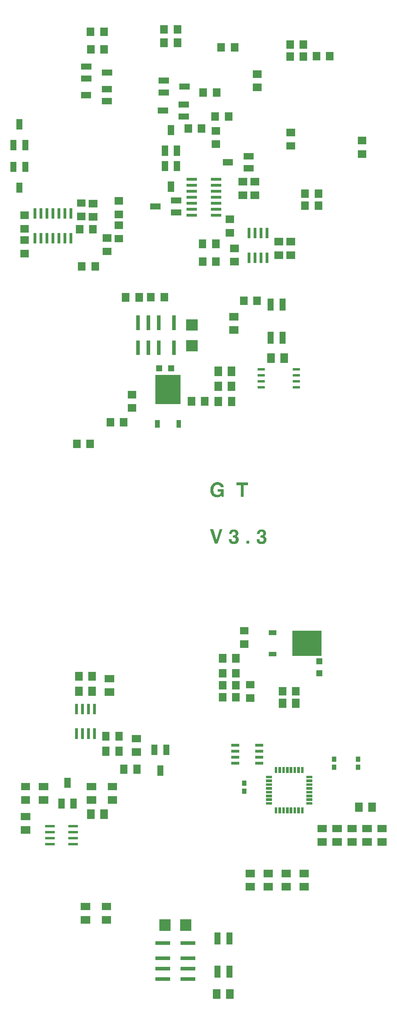
<source format=gbr>
%MOIN*%
%FSLAX54Y54*%
%ADD10C,0.0139*%
G75*
D10*
G36*
X41093Y81960D02*
X41802Y81960D01*
X41802Y82590D01*
X41093Y82590D01*
X41093Y81960D01*
G37*
G36*
X41093Y80858D02*
X41802Y80858D01*
X41802Y81488D01*
X41093Y81488D01*
X41093Y80858D01*
G37*
G36*
X41926Y77536D02*
X42555Y77536D01*
X42555Y78244D01*
X41926Y78244D01*
X41926Y77536D01*
G37*
G36*
X43028Y77536D02*
X43658Y77536D01*
X43658Y78244D01*
X43028Y78244D01*
X43028Y77536D01*
G37*
G36*
X31889Y67414D02*
X32519Y67414D01*
X32519Y68123D01*
X31889Y68123D01*
X31889Y67414D01*
G37*
G36*
X30786Y67414D02*
X31416Y67414D01*
X31416Y68123D01*
X30786Y68123D01*
X30786Y67414D01*
G37*
G36*
X37536Y69164D02*
X38166Y69164D01*
X38166Y69873D01*
X37536Y69873D01*
X37536Y69164D01*
G37*
G36*
X38639Y69164D02*
X39269Y69164D01*
X39269Y69873D01*
X38639Y69873D01*
X38639Y69164D01*
G37*
G36*
X32548Y68652D02*
X33257Y68652D01*
X33257Y69282D01*
X32548Y69282D01*
X32548Y68652D01*
G37*
G36*
X32548Y69755D02*
X33257Y69755D01*
X33257Y70384D01*
X32548Y70384D01*
X32548Y69755D01*
G37*
G36*
X25176Y82693D02*
X25413Y82693D01*
X25413Y83559D01*
X25176Y83559D01*
X25176Y82693D01*
G37*
G36*
X25176Y84740D02*
X25413Y84740D01*
X25413Y85606D01*
X25176Y85606D01*
X25176Y84740D01*
G37*
G36*
X24676Y82693D02*
X24913Y82693D01*
X24913Y83559D01*
X24676Y83559D01*
X24676Y82693D01*
G37*
G36*
X25676Y82693D02*
X25913Y82693D01*
X25913Y83559D01*
X25676Y83559D01*
X25676Y82693D01*
G37*
G36*
X26176Y82693D02*
X26413Y82693D01*
X26413Y83559D01*
X26176Y83559D01*
X26176Y82693D01*
G37*
G36*
X24676Y84740D02*
X24913Y84740D01*
X24913Y85606D01*
X24676Y85606D01*
X24676Y84740D01*
G37*
G36*
X25676Y84740D02*
X25913Y84740D01*
X25913Y85606D01*
X25676Y85606D01*
X25676Y84740D01*
G37*
G36*
X26176Y84740D02*
X26413Y84740D01*
X26413Y85606D01*
X26176Y85606D01*
X26176Y84740D01*
G37*
G36*
X27176Y82693D02*
X27413Y82693D01*
X27413Y83559D01*
X27176Y83559D01*
X27176Y82693D01*
G37*
G36*
X27176Y84740D02*
X27413Y84740D01*
X27413Y85606D01*
X27176Y85606D01*
X27176Y84740D01*
G37*
G36*
X26676Y82693D02*
X26913Y82693D01*
X26913Y83559D01*
X26676Y83559D01*
X26676Y82693D01*
G37*
G36*
X27676Y82693D02*
X27913Y82693D01*
X27913Y83559D01*
X27676Y83559D01*
X27676Y82693D01*
G37*
G36*
X26676Y84740D02*
X26913Y84740D01*
X26913Y85606D01*
X26676Y85606D01*
X26676Y84740D01*
G37*
G36*
X27676Y84740D02*
X27913Y84740D01*
X27913Y85606D01*
X27676Y85606D01*
X27676Y84740D01*
G37*
G36*
X39493Y85400D02*
X40359Y85400D01*
X40359Y85636D01*
X39493Y85636D01*
X39493Y85400D01*
G37*
G36*
X37446Y85400D02*
X38312Y85400D01*
X38312Y85636D01*
X37446Y85636D01*
X37446Y85400D01*
G37*
G36*
X39493Y84900D02*
X40359Y84900D01*
X40359Y85136D01*
X39493Y85136D01*
X39493Y84900D01*
G37*
G36*
X39493Y85900D02*
X40359Y85900D01*
X40359Y86136D01*
X39493Y86136D01*
X39493Y85900D01*
G37*
G36*
X39493Y86400D02*
X40359Y86400D01*
X40359Y86636D01*
X39493Y86636D01*
X39493Y86400D01*
G37*
G36*
X37446Y84900D02*
X38312Y84900D01*
X38312Y85136D01*
X37446Y85136D01*
X37446Y84900D01*
G37*
G36*
X37446Y85900D02*
X38312Y85900D01*
X38312Y86136D01*
X37446Y86136D01*
X37446Y85900D01*
G37*
G36*
X37446Y86400D02*
X38312Y86400D01*
X38312Y86636D01*
X37446Y86636D01*
X37446Y86400D01*
G37*
G36*
X39493Y87400D02*
X40359Y87400D01*
X40359Y87636D01*
X39493Y87636D01*
X39493Y87400D01*
G37*
G36*
X37446Y87400D02*
X38312Y87400D01*
X38312Y87636D01*
X37446Y87636D01*
X37446Y87400D01*
G37*
G36*
X39493Y86900D02*
X40359Y86900D01*
X40359Y87136D01*
X39493Y87136D01*
X39493Y86900D01*
G37*
G36*
X39493Y87900D02*
X40359Y87900D01*
X40359Y88136D01*
X39493Y88136D01*
X39493Y87900D01*
G37*
G36*
X37446Y86900D02*
X38312Y86900D01*
X38312Y87136D01*
X37446Y87136D01*
X37446Y86900D01*
G37*
G36*
X37446Y87900D02*
X38312Y87900D01*
X38312Y88136D01*
X37446Y88136D01*
X37446Y87900D01*
G37*
G36*
X43534Y83109D02*
X43770Y83109D01*
X43770Y83975D01*
X43534Y83975D01*
X43534Y83109D01*
G37*
G36*
X43534Y81062D02*
X43770Y81062D01*
X43770Y81928D01*
X43534Y81928D01*
X43534Y81062D01*
G37*
G36*
X44034Y83109D02*
X44270Y83109D01*
X44270Y83975D01*
X44034Y83975D01*
X44034Y83109D01*
G37*
G36*
X43034Y83109D02*
X43270Y83109D01*
X43270Y83975D01*
X43034Y83975D01*
X43034Y83109D01*
G37*
G36*
X42534Y83109D02*
X42770Y83109D01*
X42770Y83975D01*
X42534Y83975D01*
X42534Y83109D01*
G37*
G36*
X44034Y81062D02*
X44270Y81062D01*
X44270Y81928D01*
X44034Y81928D01*
X44034Y81062D01*
G37*
G36*
X43034Y81062D02*
X43270Y81062D01*
X43270Y81928D01*
X43034Y81928D01*
X43034Y81062D01*
G37*
G36*
X42534Y81062D02*
X42770Y81062D01*
X42770Y81928D01*
X42534Y81928D01*
X42534Y81062D01*
G37*
G36*
X36241Y75451D02*
X36556Y75451D01*
X36556Y76672D01*
X36241Y76672D01*
X36241Y75451D01*
G37*
G36*
X34981Y75451D02*
X35296Y75451D01*
X35296Y76672D01*
X34981Y76672D01*
X34981Y75451D01*
G37*
G36*
X34115Y75451D02*
X34430Y75451D01*
X34430Y76672D01*
X34115Y76672D01*
X34115Y75451D01*
G37*
G36*
X33249Y75451D02*
X33564Y75451D01*
X33564Y76672D01*
X33249Y76672D01*
X33249Y75451D01*
G37*
G36*
X36241Y73365D02*
X36556Y73365D01*
X36556Y74585D01*
X36241Y74585D01*
X36241Y73365D01*
G37*
G36*
X34981Y73365D02*
X35296Y73365D01*
X35296Y74585D01*
X34981Y74585D01*
X34981Y73365D01*
G37*
G36*
X34115Y73365D02*
X34430Y73365D01*
X34430Y74585D01*
X34115Y74585D01*
X34115Y73365D01*
G37*
G36*
X33249Y73365D02*
X33564Y73365D01*
X33564Y74585D01*
X33249Y74585D01*
X33249Y73365D01*
G37*
G36*
X44204Y74324D02*
X44704Y74324D01*
X44704Y75324D01*
X44204Y75324D01*
X44204Y74324D01*
G37*
G36*
X45204Y74324D02*
X45704Y74324D01*
X45704Y75324D01*
X45204Y75324D01*
X45204Y74324D01*
G37*
G36*
X45204Y77080D02*
X45704Y77080D01*
X45704Y78080D01*
X45204Y78080D01*
X45204Y77080D01*
G37*
G36*
X44204Y77080D02*
X44704Y77080D01*
X44704Y78080D01*
X44204Y78080D01*
X44204Y77080D01*
G37*
G36*
X38467Y82292D02*
X39097Y82292D01*
X39097Y83002D01*
X38467Y83002D01*
X38467Y82292D01*
G37*
G36*
X39587Y82292D02*
X40217Y82292D01*
X40217Y83002D01*
X39587Y83002D01*
X39587Y82292D01*
G37*
G36*
X41147Y98671D02*
X41777Y98671D01*
X41777Y99381D01*
X41147Y99381D01*
X41147Y98671D01*
G37*
G36*
X40028Y98671D02*
X40657Y98671D01*
X40657Y99381D01*
X40028Y99381D01*
X40028Y98671D01*
G37*
G36*
X45778Y98913D02*
X46407Y98913D01*
X46407Y99623D01*
X45778Y99623D01*
X45778Y98913D01*
G37*
G36*
X46897Y98913D02*
X47527Y98913D01*
X47527Y99623D01*
X46897Y99623D01*
X46897Y98913D01*
G37*
G36*
X36376Y99056D02*
X37006Y99056D01*
X37006Y99765D01*
X36376Y99765D01*
X36376Y99056D01*
G37*
G36*
X35256Y99056D02*
X35886Y99056D01*
X35886Y99765D01*
X35256Y99765D01*
X35256Y99056D01*
G37*
G36*
X39647Y94913D02*
X40277Y94913D01*
X40277Y95623D01*
X39647Y95623D01*
X39647Y94913D01*
G37*
G36*
X38528Y94913D02*
X39157Y94913D01*
X39157Y95623D01*
X38528Y95623D01*
X38528Y94913D01*
G37*
G36*
X35391Y89972D02*
X35911Y89972D01*
X35911Y90832D01*
X35391Y90832D01*
X35391Y89972D01*
G37*
G36*
X35892Y91704D02*
X36412Y91704D01*
X36412Y92564D01*
X35892Y92564D01*
X35892Y91704D01*
G37*
G36*
X36394Y89972D02*
X36914Y89972D01*
X36914Y90832D01*
X36394Y90832D01*
X36394Y89972D01*
G37*
G36*
X46897Y97913D02*
X47527Y97913D01*
X47527Y98623D01*
X46897Y98623D01*
X46897Y97913D01*
G37*
G36*
X45778Y97913D02*
X46407Y97913D01*
X46407Y98623D01*
X45778Y98623D01*
X45778Y97913D01*
G37*
G36*
X42994Y96498D02*
X43704Y96498D01*
X43704Y97128D01*
X42994Y97128D01*
X42994Y96498D01*
G37*
G36*
X42994Y95379D02*
X43704Y95379D01*
X43704Y96008D01*
X42994Y96008D01*
X42994Y95379D01*
G37*
G36*
X39547Y90644D02*
X40257Y90644D01*
X40257Y91273D01*
X39547Y91273D01*
X39547Y90644D01*
G37*
G36*
X39547Y91763D02*
X40257Y91763D01*
X40257Y92393D01*
X39547Y92393D01*
X39547Y91763D01*
G37*
G36*
X40647Y92913D02*
X41277Y92913D01*
X41277Y93623D01*
X40647Y93623D01*
X40647Y92913D01*
G37*
G36*
X39528Y92913D02*
X40157Y92913D01*
X40157Y93623D01*
X39528Y93623D01*
X39528Y92913D01*
G37*
G36*
X45797Y91619D02*
X46507Y91619D01*
X46507Y92249D01*
X45797Y92249D01*
X45797Y91619D01*
G37*
G36*
X45797Y90500D02*
X46507Y90500D01*
X46507Y91130D01*
X45797Y91130D01*
X45797Y90500D01*
G37*
G36*
X51739Y90946D02*
X52449Y90946D01*
X52449Y91576D01*
X51739Y91576D01*
X51739Y90946D01*
G37*
G36*
X51739Y89826D02*
X52449Y89826D01*
X52449Y90456D01*
X51739Y90456D01*
X51739Y89826D01*
G37*
G36*
X42202Y88689D02*
X43062Y88689D01*
X43062Y89209D01*
X42202Y89209D01*
X42202Y88689D01*
G37*
G36*
X40470Y89190D02*
X41330Y89190D01*
X41330Y89710D01*
X40470Y89710D01*
X40470Y89190D01*
G37*
G36*
X42202Y89691D02*
X43062Y89691D01*
X43062Y90211D01*
X42202Y90211D01*
X42202Y89691D01*
G37*
G36*
X36789Y93007D02*
X37649Y93007D01*
X37649Y93527D01*
X36789Y93527D01*
X36789Y93007D01*
G37*
G36*
X35056Y93508D02*
X35916Y93508D01*
X35916Y94028D01*
X35056Y94028D01*
X35056Y93508D01*
G37*
G36*
X36789Y94009D02*
X37649Y94009D01*
X37649Y94529D01*
X36789Y94529D01*
X36789Y94009D01*
G37*
G36*
X36394Y88704D02*
X36914Y88704D01*
X36914Y89564D01*
X36394Y89564D01*
X36394Y88704D01*
G37*
G36*
X35892Y86972D02*
X36412Y86972D01*
X36412Y87832D01*
X35892Y87832D01*
X35892Y86972D01*
G37*
G36*
X35391Y88704D02*
X35911Y88704D01*
X35911Y89564D01*
X35391Y89564D01*
X35391Y88704D01*
G37*
G36*
X30465Y82819D02*
X31175Y82819D01*
X31175Y83449D01*
X30465Y83449D01*
X30465Y82819D01*
G37*
G36*
X30465Y81700D02*
X31175Y81700D01*
X31175Y82330D01*
X30465Y82330D01*
X30465Y81700D01*
G37*
G36*
X29508Y80405D02*
X30138Y80405D01*
X30138Y81115D01*
X29508Y81115D01*
X29508Y80405D01*
G37*
G36*
X28389Y80405D02*
X29019Y80405D01*
X29019Y81115D01*
X28389Y81115D01*
X28389Y80405D01*
G37*
G36*
X23744Y88633D02*
X24264Y88633D01*
X24264Y89493D01*
X23744Y89493D01*
X23744Y88633D01*
G37*
G36*
X23242Y86901D02*
X23762Y86901D01*
X23762Y87761D01*
X23242Y87761D01*
X23242Y86901D01*
G37*
G36*
X22741Y88633D02*
X23261Y88633D01*
X23261Y89493D01*
X22741Y89493D01*
X22741Y88633D01*
G37*
G36*
X22741Y90459D02*
X23261Y90459D01*
X23261Y91319D01*
X22741Y91319D01*
X22741Y90459D01*
G37*
G36*
X23242Y92191D02*
X23762Y92191D01*
X23762Y93051D01*
X23242Y93051D01*
X23242Y92191D01*
G37*
G36*
X23744Y90459D02*
X24264Y90459D01*
X24264Y91319D01*
X23744Y91319D01*
X23744Y90459D01*
G37*
G36*
X23568Y81525D02*
X24278Y81525D01*
X24278Y82155D01*
X23568Y82155D01*
X23568Y81525D01*
G37*
G36*
X23568Y82645D02*
X24278Y82645D01*
X24278Y83275D01*
X23568Y83275D01*
X23568Y82645D01*
G37*
G36*
X45797Y81394D02*
X46507Y81394D01*
X46507Y82023D01*
X45797Y82023D01*
X45797Y81394D01*
G37*
G36*
X45797Y82513D02*
X46507Y82513D01*
X46507Y83143D01*
X45797Y83143D01*
X45797Y82513D01*
G37*
G36*
X37278Y91913D02*
X37907Y91913D01*
X37907Y92623D01*
X37278Y92623D01*
X37278Y91913D01*
G37*
G36*
X38397Y91913D02*
X39027Y91913D01*
X39027Y92623D01*
X38397Y92623D01*
X38397Y91913D01*
G37*
G36*
X30366Y94283D02*
X31226Y94283D01*
X31226Y94803D01*
X30366Y94803D01*
X30366Y94283D01*
G37*
G36*
X28633Y94784D02*
X29493Y94784D01*
X29493Y95304D01*
X28633Y95304D01*
X28633Y94784D01*
G37*
G36*
X30366Y95286D02*
X31226Y95286D01*
X31226Y95806D01*
X30366Y95806D01*
X30366Y95286D01*
G37*
G36*
X28657Y97175D02*
X29517Y97175D01*
X29517Y97695D01*
X28657Y97695D01*
X28657Y97175D01*
G37*
G36*
X30389Y96674D02*
X31249Y96674D01*
X31249Y97194D01*
X30389Y97194D01*
X30389Y96674D01*
G37*
G36*
X28657Y96172D02*
X29517Y96172D01*
X29517Y96692D01*
X28657Y96692D01*
X28657Y96172D01*
G37*
G36*
X31433Y84787D02*
X32143Y84787D01*
X32143Y85417D01*
X31433Y85417D01*
X31433Y84787D01*
G37*
G36*
X31433Y85907D02*
X32143Y85907D01*
X32143Y86537D01*
X31433Y86537D01*
X31433Y85907D01*
G37*
G36*
X32058Y77822D02*
X32688Y77822D01*
X32688Y78532D01*
X32058Y78532D01*
X32058Y77822D01*
G37*
G36*
X33178Y77822D02*
X33808Y77822D01*
X33808Y78532D01*
X33178Y78532D01*
X33178Y77822D01*
G37*
G36*
X36139Y85007D02*
X36999Y85007D01*
X36999Y85527D01*
X36139Y85527D01*
X36139Y85007D01*
G37*
G36*
X34406Y85508D02*
X35266Y85508D01*
X35266Y86028D01*
X34406Y86028D01*
X34406Y85508D01*
G37*
G36*
X36139Y86009D02*
X36999Y86009D01*
X36999Y86529D01*
X36139Y86529D01*
X36139Y86009D01*
G37*
G36*
X41009Y75152D02*
X41796Y75152D01*
X41796Y75782D01*
X41009Y75782D01*
X41009Y75152D01*
G37*
G36*
X41009Y76255D02*
X41796Y76255D01*
X41796Y76884D01*
X41009Y76884D01*
X41009Y76255D01*
G37*
G36*
X38474Y80804D02*
X39104Y80804D01*
X39104Y81514D01*
X38474Y81514D01*
X38474Y80804D01*
G37*
G36*
X39593Y80804D02*
X40223Y80804D01*
X40223Y81514D01*
X39593Y81514D01*
X39593Y80804D01*
G37*
G36*
X44797Y81394D02*
X45507Y81394D01*
X45507Y82023D01*
X44797Y82023D01*
X44797Y81394D01*
G37*
G36*
X44797Y82513D02*
X45507Y82513D01*
X45507Y83143D01*
X44797Y83143D01*
X44797Y82513D01*
G37*
G36*
X40709Y84376D02*
X41419Y84376D01*
X41419Y85006D01*
X40709Y85006D01*
X40709Y84376D01*
G37*
G36*
X40709Y83256D02*
X41419Y83256D01*
X41419Y83886D01*
X40709Y83886D01*
X40709Y83256D01*
G37*
G36*
X40889Y71625D02*
X41519Y71625D01*
X41519Y72412D01*
X40889Y72412D01*
X40889Y71625D01*
G37*
G36*
X39786Y71625D02*
X40416Y71625D01*
X40416Y72412D01*
X39786Y72412D01*
X39786Y71625D01*
G37*
G36*
X42797Y87513D02*
X43507Y87513D01*
X43507Y88143D01*
X42797Y88143D01*
X42797Y87513D01*
G37*
G36*
X42797Y86394D02*
X43507Y86394D01*
X43507Y87023D01*
X42797Y87023D01*
X42797Y86394D01*
G37*
G36*
X48147Y85474D02*
X48777Y85474D01*
X48777Y86184D01*
X48147Y86184D01*
X48147Y85474D01*
G37*
G36*
X47028Y85474D02*
X47657Y85474D01*
X47657Y86184D01*
X47028Y86184D01*
X47028Y85474D01*
G37*
G36*
X48147Y86481D02*
X48777Y86481D01*
X48777Y87191D01*
X48147Y87191D01*
X48147Y86481D01*
G37*
G36*
X47028Y86481D02*
X47657Y86481D01*
X47657Y87191D01*
X47028Y87191D01*
X47028Y86481D01*
G37*
G36*
X39786Y70375D02*
X40416Y70375D01*
X40416Y71162D01*
X39786Y71162D01*
X39786Y70375D01*
G37*
G36*
X40889Y70375D02*
X41519Y70375D01*
X41519Y71162D01*
X40889Y71162D01*
X40889Y70375D01*
G37*
G36*
X44178Y72712D02*
X44808Y72712D01*
X44808Y73500D01*
X44178Y73500D01*
X44178Y72712D01*
G37*
G36*
X45280Y72712D02*
X45910Y72712D01*
X45910Y73500D01*
X45280Y73500D01*
X45280Y72712D01*
G37*
G36*
X35271Y77854D02*
X35901Y77854D01*
X35901Y78563D01*
X35271Y78563D01*
X35271Y77854D01*
G37*
G36*
X34152Y77854D02*
X34781Y77854D01*
X34781Y78563D01*
X34152Y78563D01*
X34152Y77854D01*
G37*
G36*
X41797Y86394D02*
X42507Y86394D01*
X42507Y87023D01*
X41797Y87023D01*
X41797Y86394D01*
G37*
G36*
X41797Y87513D02*
X42507Y87513D01*
X42507Y88143D01*
X41797Y88143D01*
X41797Y87513D01*
G37*
G36*
X23568Y84705D02*
X24278Y84705D01*
X24278Y85335D01*
X23568Y85335D01*
X23568Y84705D01*
G37*
G36*
X23568Y83586D02*
X24278Y83586D01*
X24278Y84216D01*
X23568Y84216D01*
X23568Y83586D01*
G37*
G36*
X31439Y82766D02*
X32149Y82766D01*
X32149Y83396D01*
X31439Y83396D01*
X31439Y82766D01*
G37*
G36*
X31439Y83886D02*
X32149Y83886D01*
X32149Y84516D01*
X31439Y84516D01*
X31439Y83886D01*
G37*
G36*
X29294Y84575D02*
X30004Y84575D01*
X30004Y85205D01*
X29294Y85205D01*
X29294Y84575D01*
G37*
G36*
X29294Y85694D02*
X30004Y85694D01*
X30004Y86324D01*
X29294Y86324D01*
X29294Y85694D01*
G37*
G36*
X28315Y84614D02*
X29025Y84614D01*
X29025Y85244D01*
X28315Y85244D01*
X28315Y84614D01*
G37*
G36*
X28315Y85734D02*
X29025Y85734D01*
X29025Y86364D01*
X28315Y86364D01*
X28315Y85734D01*
G37*
G36*
X29119Y99986D02*
X29749Y99986D01*
X29749Y100696D01*
X29119Y100696D01*
X29119Y99986D01*
G37*
G36*
X30239Y99986D02*
X30869Y99986D01*
X30869Y100696D01*
X30239Y100696D01*
X30239Y99986D01*
G37*
G36*
X34808Y67314D02*
X35202Y67314D01*
X35202Y67944D01*
X34808Y67944D01*
X34808Y67314D01*
G37*
G36*
X36603Y67314D02*
X36997Y67314D01*
X36997Y67944D01*
X36603Y67944D01*
X36603Y67314D01*
G37*
G36*
X34839Y69282D02*
X36965Y69282D01*
X36965Y71723D01*
X34839Y71723D01*
X34839Y69282D01*
G37*
G36*
X43387Y72080D02*
X43997Y72080D01*
X43997Y72290D01*
X43387Y72290D01*
X43387Y72080D01*
G37*
G36*
X43387Y71580D02*
X43997Y71580D01*
X43997Y71790D01*
X43387Y71790D01*
X43387Y71580D01*
G37*
G36*
X43387Y71080D02*
X43997Y71080D01*
X43997Y71290D01*
X43387Y71290D01*
X43387Y71080D01*
G37*
G36*
X43387Y70580D02*
X43997Y70580D01*
X43997Y70790D01*
X43387Y70790D01*
X43387Y70580D01*
G37*
G36*
X46307Y70580D02*
X46917Y70580D01*
X46917Y70790D01*
X46307Y70790D01*
X46307Y70580D01*
G37*
G36*
X46307Y71080D02*
X46917Y71080D01*
X46917Y71290D01*
X46307Y71290D01*
X46307Y71080D01*
G37*
G36*
X46307Y71580D02*
X46917Y71580D01*
X46917Y71790D01*
X46307Y71790D01*
X46307Y71580D01*
G37*
G36*
X46307Y72080D02*
X46917Y72080D01*
X46917Y72290D01*
X46307Y72290D01*
X46307Y72080D01*
G37*
G36*
X35106Y96009D02*
X35966Y96009D01*
X35966Y96529D01*
X35106Y96529D01*
X35106Y96009D01*
G37*
G36*
X36839Y95508D02*
X37699Y95508D01*
X37699Y96028D01*
X36839Y96028D01*
X36839Y95508D01*
G37*
G36*
X35106Y95007D02*
X35966Y95007D01*
X35966Y95527D01*
X35106Y95527D01*
X35106Y95007D01*
G37*
G36*
X37430Y75412D02*
X38375Y75412D01*
X38375Y76357D01*
X37430Y76357D01*
X37430Y75412D01*
G37*
G36*
X37430Y73680D02*
X38375Y73680D01*
X38375Y74625D01*
X37430Y74625D01*
X37430Y73680D01*
G37*
G36*
X34902Y72018D02*
X35402Y72018D01*
X35402Y72518D01*
X34902Y72518D01*
X34902Y72018D01*
G37*
G36*
X35902Y72018D02*
X36402Y72018D01*
X36402Y72518D01*
X35902Y72518D01*
X35902Y72018D01*
G37*
G36*
X29143Y98500D02*
X29773Y98500D01*
X29773Y99210D01*
X29143Y99210D01*
X29143Y98500D01*
G37*
G36*
X30262Y98500D02*
X30892Y98500D01*
X30892Y99210D01*
X30262Y99210D01*
X30262Y98500D01*
G37*
G36*
X49097Y97934D02*
X49727Y97934D01*
X49727Y98644D01*
X49097Y98644D01*
X49097Y97934D01*
G37*
G36*
X47977Y97934D02*
X48607Y97934D01*
X48607Y98644D01*
X47977Y98644D01*
X47977Y97934D01*
G37*
G36*
X27978Y65619D02*
X28608Y65619D01*
X28608Y66328D01*
X27978Y66328D01*
X27978Y65619D01*
G37*
G36*
X29080Y65619D02*
X29710Y65619D01*
X29710Y66328D01*
X29080Y66328D01*
X29080Y65619D01*
G37*
G36*
X40899Y69100D02*
X41529Y69100D01*
X41529Y69887D01*
X40899Y69887D01*
X40899Y69100D01*
G37*
G36*
X39796Y69100D02*
X40426Y69100D01*
X40426Y69887D01*
X39796Y69887D01*
X39796Y69100D01*
G37*
G36*
X29323Y83517D02*
X29953Y83517D01*
X29953Y84227D01*
X29323Y84227D01*
X29323Y83517D01*
G37*
G36*
X28203Y83517D02*
X28833Y83517D01*
X28833Y84227D01*
X28203Y84227D01*
X28203Y83517D01*
G37*
G36*
X35252Y100187D02*
X35882Y100187D01*
X35882Y100897D01*
X35252Y100897D01*
X35252Y100187D01*
G37*
G36*
X36371Y100187D02*
X37001Y100187D01*
X37001Y100897D01*
X36371Y100897D01*
X36371Y100187D01*
G37*
G36*
X40304Y62360D02*
X40550Y62360D01*
X40543Y62417D01*
X40527Y62470D01*
X40500Y62519D01*
X40474Y62567D01*
X40437Y62610D01*
X40391Y62649D01*
X40345Y62687D01*
X40291Y62716D01*
X40230Y62736D01*
X40169Y62755D01*
X40100Y62765D01*
X40024Y62765D01*
X39936Y62765D01*
X39856Y62750D01*
X39786Y62721D01*
X39715Y62692D01*
X39653Y62648D01*
X39600Y62589D01*
X39546Y62530D01*
X39506Y62462D01*
X39479Y62384D01*
X39453Y62307D01*
X39439Y62219D01*
X39439Y62122D01*
X39439Y62026D01*
X39452Y61940D01*
X39479Y61864D01*
X39505Y61789D01*
X39545Y61723D01*
X39598Y61668D01*
X39649Y61613D01*
X39707Y61571D01*
X39772Y61544D01*
X39837Y61516D01*
X39909Y61503D01*
X39989Y61503D01*
X40037Y61503D01*
X40081Y61508D01*
X40122Y61518D01*
X40163Y61528D01*
X40200Y61543D01*
X40233Y61564D01*
X40252Y61575D01*
X40272Y61591D01*
X40294Y61611D01*
X40316Y61631D01*
X40339Y61656D01*
X40363Y61684D01*
X40388Y61534D01*
X40554Y61534D01*
X40554Y62178D01*
X40054Y62178D01*
X40054Y61978D01*
X40332Y61978D01*
X40326Y61939D01*
X40314Y61903D01*
X40298Y61871D01*
X40281Y61839D01*
X40260Y61811D01*
X40233Y61787D01*
X40206Y61763D01*
X40175Y61745D01*
X40141Y61732D01*
X40106Y61720D01*
X40068Y61714D01*
X40026Y61714D01*
X39983Y61714D01*
X39943Y61722D01*
X39904Y61737D01*
X39866Y61753D01*
X39830Y61775D01*
X39797Y61806D01*
X39763Y61837D01*
X39738Y61878D01*
X39721Y61930D01*
X39704Y61983D01*
X39696Y62046D01*
X39696Y62119D01*
X39696Y62193D01*
X39703Y62257D01*
X39719Y62312D01*
X39734Y62366D01*
X39758Y62412D01*
X39789Y62449D01*
X39820Y62485D01*
X39855Y62512D01*
X39895Y62531D01*
X39935Y62549D01*
X39979Y62558D01*
X40027Y62558D01*
X40052Y62558D01*
X40076Y62556D01*
X40099Y62551D01*
X40122Y62547D01*
X40144Y62540D01*
X40164Y62531D01*
X40201Y62515D01*
X40231Y62493D01*
X40254Y62464D01*
X40278Y62435D01*
X40294Y62400D01*
X40304Y62360D01*
G37*
G36*
X42591Y62734D02*
X41619Y62734D01*
X41619Y62521D01*
X41980Y62521D01*
X41980Y61534D01*
X42232Y61534D01*
X42232Y62521D01*
X42591Y62521D01*
X42591Y62734D01*
G37*
G36*
X40199Y58845D02*
X39936Y57934D01*
X39676Y58845D01*
X39408Y58845D01*
X39814Y57645D01*
X40050Y57645D01*
X40460Y58845D01*
X40199Y58845D01*
G37*
G36*
X41217Y58008D02*
X40989Y58008D01*
X40991Y57961D01*
X40996Y57918D01*
X41006Y57880D01*
X41015Y57842D01*
X41029Y57809D01*
X41046Y57780D01*
X41078Y57725D01*
X41124Y57684D01*
X41182Y57657D01*
X41240Y57630D01*
X41310Y57616D01*
X41394Y57616D01*
X41462Y57616D01*
X41521Y57626D01*
X41573Y57645D01*
X41624Y57663D01*
X41667Y57692D01*
X41701Y57730D01*
X41736Y57768D01*
X41762Y57808D01*
X41779Y57852D01*
X41796Y57896D01*
X41805Y57943D01*
X41805Y57993D01*
X41805Y58040D01*
X41798Y58083D01*
X41783Y58120D01*
X41768Y58158D01*
X41746Y58190D01*
X41716Y58218D01*
X41696Y58236D01*
X41679Y58249D01*
X41664Y58258D01*
X41649Y58268D01*
X41636Y58272D01*
X41625Y58272D01*
X41639Y58278D01*
X41653Y58285D01*
X41667Y58295D01*
X41680Y58306D01*
X41693Y58318D01*
X41707Y58333D01*
X41727Y58357D01*
X41743Y58384D01*
X41753Y58413D01*
X41763Y58442D01*
X41768Y58474D01*
X41768Y58509D01*
X41768Y58558D01*
X41760Y58602D01*
X41742Y58641D01*
X41725Y58680D01*
X41699Y58715D01*
X41665Y58744D01*
X41630Y58773D01*
X41590Y58795D01*
X41544Y58809D01*
X41499Y58824D01*
X41448Y58831D01*
X41392Y58831D01*
X41361Y58831D01*
X41333Y58829D01*
X41308Y58826D01*
X41282Y58822D01*
X41259Y58817D01*
X41238Y58809D01*
X41217Y58802D01*
X41197Y58793D01*
X41179Y58782D01*
X41161Y58772D01*
X41145Y58760D01*
X41130Y58746D01*
X41109Y58726D01*
X41092Y58706D01*
X41077Y58684D01*
X41062Y58663D01*
X41049Y58641D01*
X41040Y58618D01*
X41031Y58592D01*
X41024Y58565D01*
X41019Y58537D01*
X41014Y58509D01*
X41011Y58480D01*
X41010Y58451D01*
X41226Y58451D01*
X41226Y58480D01*
X41229Y58506D01*
X41235Y58529D01*
X41241Y58553D01*
X41251Y58573D01*
X41263Y58590D01*
X41276Y58608D01*
X41293Y58621D01*
X41313Y58629D01*
X41333Y58638D01*
X41357Y58642D01*
X41384Y58642D01*
X41408Y58642D01*
X41429Y58639D01*
X41448Y58632D01*
X41466Y58625D01*
X41482Y58614D01*
X41495Y58600D01*
X41508Y58586D01*
X41518Y58570D01*
X41525Y58551D01*
X41532Y58533D01*
X41535Y58513D01*
X41535Y58490D01*
X41535Y58455D01*
X41528Y58427D01*
X41515Y58404D01*
X41503Y58380D01*
X41483Y58363D01*
X41457Y58352D01*
X41443Y58345D01*
X41422Y58340D01*
X41396Y58336D01*
X41369Y58333D01*
X41337Y58330D01*
X41300Y58330D01*
X41300Y58164D01*
X41338Y58164D01*
X41371Y58162D01*
X41400Y58158D01*
X41428Y58155D01*
X41451Y58149D01*
X41469Y58142D01*
X41500Y58129D01*
X41524Y58109D01*
X41540Y58083D01*
X41555Y58058D01*
X41563Y58025D01*
X41563Y57986D01*
X41563Y57957D01*
X41559Y57931D01*
X41551Y57909D01*
X41542Y57886D01*
X41529Y57867D01*
X41512Y57852D01*
X41495Y57836D01*
X41477Y57824D01*
X41457Y57817D01*
X41437Y57809D01*
X41416Y57805D01*
X41393Y57805D01*
X41356Y57805D01*
X41325Y57812D01*
X41299Y57826D01*
X41273Y57841D01*
X41253Y57862D01*
X41239Y57890D01*
X41232Y57906D01*
X41226Y57923D01*
X41222Y57943D01*
X41218Y57962D01*
X41217Y57984D01*
X41217Y58008D01*
G37*
G36*
X42439Y57888D02*
X42439Y57645D01*
X42686Y57645D01*
X42686Y57888D01*
X42439Y57888D01*
G37*
G36*
X43533Y58008D02*
X43305Y58008D01*
X43307Y57961D01*
X43312Y57918D01*
X43322Y57880D01*
X43331Y57842D01*
X43345Y57809D01*
X43362Y57780D01*
X43394Y57725D01*
X43440Y57684D01*
X43498Y57657D01*
X43556Y57630D01*
X43627Y57616D01*
X43710Y57616D01*
X43778Y57616D01*
X43837Y57626D01*
X43889Y57645D01*
X43940Y57663D01*
X43983Y57692D01*
X44017Y57730D01*
X44052Y57768D01*
X44078Y57808D01*
X44095Y57852D01*
X44112Y57896D01*
X44121Y57943D01*
X44121Y57993D01*
X44121Y58040D01*
X44114Y58083D01*
X44099Y58120D01*
X44084Y58158D01*
X44062Y58190D01*
X44032Y58218D01*
X44013Y58236D01*
X43995Y58249D01*
X43980Y58258D01*
X43965Y58268D01*
X43952Y58272D01*
X43941Y58272D01*
X43955Y58278D01*
X43969Y58285D01*
X43983Y58295D01*
X43996Y58306D01*
X44010Y58318D01*
X44023Y58333D01*
X44043Y58357D01*
X44059Y58384D01*
X44069Y58413D01*
X44079Y58442D01*
X44084Y58474D01*
X44084Y58509D01*
X44084Y58558D01*
X44076Y58602D01*
X44058Y58641D01*
X44041Y58680D01*
X44015Y58715D01*
X43981Y58744D01*
X43946Y58773D01*
X43906Y58795D01*
X43861Y58809D01*
X43815Y58824D01*
X43764Y58831D01*
X43708Y58831D01*
X43677Y58831D01*
X43649Y58829D01*
X43624Y58826D01*
X43598Y58822D01*
X43575Y58817D01*
X43554Y58809D01*
X43533Y58802D01*
X43513Y58793D01*
X43495Y58782D01*
X43477Y58772D01*
X43461Y58760D01*
X43446Y58746D01*
X43425Y58726D01*
X43408Y58706D01*
X43393Y58684D01*
X43378Y58663D01*
X43366Y58641D01*
X43356Y58618D01*
X43347Y58592D01*
X43340Y58565D01*
X43335Y58537D01*
X43330Y58509D01*
X43327Y58480D01*
X43326Y58451D01*
X43542Y58451D01*
X43542Y58480D01*
X43545Y58506D01*
X43551Y58529D01*
X43557Y58553D01*
X43567Y58573D01*
X43579Y58590D01*
X43592Y58608D01*
X43609Y58621D01*
X43629Y58629D01*
X43649Y58638D01*
X43673Y58642D01*
X43700Y58642D01*
X43724Y58642D01*
X43745Y58639D01*
X43764Y58632D01*
X43782Y58625D01*
X43798Y58614D01*
X43811Y58600D01*
X43825Y58586D01*
X43834Y58570D01*
X43841Y58551D01*
X43848Y58533D01*
X43851Y58513D01*
X43851Y58490D01*
X43851Y58455D01*
X43844Y58427D01*
X43832Y58404D01*
X43819Y58380D01*
X43799Y58363D01*
X43774Y58352D01*
X43759Y58345D01*
X43738Y58340D01*
X43712Y58336D01*
X43685Y58333D01*
X43653Y58330D01*
X43616Y58330D01*
X43616Y58164D01*
X43654Y58164D01*
X43688Y58162D01*
X43716Y58158D01*
X43744Y58155D01*
X43767Y58149D01*
X43785Y58142D01*
X43816Y58129D01*
X43840Y58109D01*
X43856Y58083D01*
X43871Y58058D01*
X43879Y58025D01*
X43879Y57986D01*
X43879Y57957D01*
X43875Y57931D01*
X43867Y57909D01*
X43858Y57886D01*
X43845Y57867D01*
X43828Y57852D01*
X43812Y57836D01*
X43793Y57824D01*
X43773Y57817D01*
X43753Y57809D01*
X43732Y57805D01*
X43709Y57805D01*
X43672Y57805D01*
X43641Y57812D01*
X43615Y57826D01*
X43589Y57841D01*
X43570Y57862D01*
X43555Y57890D01*
X43548Y57906D01*
X43542Y57923D01*
X43538Y57943D01*
X43535Y57962D01*
X43533Y57984D01*
X43533Y58008D01*
G37*
G36*
X51569Y39447D02*
X51963Y39447D01*
X51963Y39880D01*
X51569Y39880D01*
X51569Y39447D01*
G37*
G36*
X51569Y38778D02*
X51963Y38778D01*
X51963Y39211D01*
X51569Y39211D01*
X51569Y38778D01*
G37*
G36*
X49569Y39447D02*
X49963Y39447D01*
X49963Y39880D01*
X49569Y39880D01*
X49569Y39447D01*
G37*
G36*
X49569Y38778D02*
X49963Y38778D01*
X49963Y39211D01*
X49569Y39211D01*
X49569Y38778D01*
G37*
G36*
X23661Y37065D02*
X24370Y37065D01*
X24370Y37695D01*
X23661Y37695D01*
X23661Y37065D01*
G37*
G36*
X23661Y35963D02*
X24370Y35963D01*
X24370Y36593D01*
X23661Y36593D01*
X23661Y35963D01*
G37*
G36*
X29252Y46224D02*
X29882Y46224D01*
X29882Y46933D01*
X29252Y46933D01*
X29252Y46224D01*
G37*
G36*
X28150Y46224D02*
X28780Y46224D01*
X28780Y46933D01*
X28150Y46933D01*
X28150Y46224D01*
G37*
G36*
X30400Y41224D02*
X31030Y41224D01*
X31030Y41933D01*
X30400Y41933D01*
X30400Y41224D01*
G37*
G36*
X31502Y41224D02*
X32132Y41224D01*
X32132Y41933D01*
X31502Y41933D01*
X31502Y41224D01*
G37*
G36*
X28146Y41364D02*
X28386Y41364D01*
X28386Y42234D01*
X28146Y42234D01*
X28146Y41364D01*
G37*
G36*
X28646Y41364D02*
X28886Y41364D01*
X28886Y42234D01*
X28646Y42234D01*
X28646Y41364D01*
G37*
G36*
X29146Y41364D02*
X29386Y41364D01*
X29386Y42234D01*
X29146Y42234D01*
X29146Y41364D01*
G37*
G36*
X29646Y41364D02*
X29886Y41364D01*
X29886Y42234D01*
X29646Y42234D01*
X29646Y41364D01*
G37*
G36*
X29646Y43424D02*
X29886Y43424D01*
X29886Y44294D01*
X29646Y44294D01*
X29646Y43424D01*
G37*
G36*
X29146Y43424D02*
X29386Y43424D01*
X29386Y44294D01*
X29146Y44294D01*
X29146Y43424D01*
G37*
G36*
X28646Y43424D02*
X28886Y43424D01*
X28886Y44294D01*
X28646Y44294D01*
X28646Y43424D01*
G37*
G36*
X28146Y43424D02*
X28386Y43424D01*
X28386Y44294D01*
X28146Y44294D01*
X28146Y43424D01*
G37*
G36*
X28150Y44935D02*
X28780Y44935D01*
X28780Y45722D01*
X28150Y45722D01*
X28150Y44935D01*
G37*
G36*
X29252Y44935D02*
X29882Y44935D01*
X29882Y45722D01*
X29252Y45722D01*
X29252Y44935D01*
G37*
G36*
X30400Y39935D02*
X31030Y39935D01*
X31030Y40722D01*
X30400Y40722D01*
X30400Y39935D01*
G37*
G36*
X31502Y39935D02*
X32132Y39935D01*
X32132Y40722D01*
X31502Y40722D01*
X31502Y39935D01*
G37*
G36*
X31900Y38435D02*
X32530Y38435D01*
X32530Y39222D01*
X31900Y39222D01*
X31900Y38435D01*
G37*
G36*
X33002Y38435D02*
X33632Y38435D01*
X33632Y39222D01*
X33002Y39222D01*
X33002Y38435D01*
G37*
G36*
X32872Y41065D02*
X33659Y41065D01*
X33659Y41695D01*
X32872Y41695D01*
X32872Y41065D01*
G37*
G36*
X32872Y39963D02*
X33659Y39963D01*
X33659Y40593D01*
X32872Y40593D01*
X32872Y39963D01*
G37*
G36*
X35507Y40015D02*
X36027Y40015D01*
X36027Y40875D01*
X35507Y40875D01*
X35507Y40015D01*
G37*
G36*
X35006Y38283D02*
X35526Y38283D01*
X35526Y39143D01*
X35006Y39143D01*
X35006Y38283D01*
G37*
G36*
X34505Y40015D02*
X35025Y40015D01*
X35025Y40875D01*
X34505Y40875D01*
X34505Y40015D01*
G37*
G36*
X46252Y43935D02*
X46882Y43935D01*
X46882Y44722D01*
X46252Y44722D01*
X46252Y43935D01*
G37*
G36*
X45150Y43935D02*
X45780Y43935D01*
X45780Y44722D01*
X45150Y44722D01*
X45150Y43935D01*
G37*
G36*
X30622Y46065D02*
X31409Y46065D01*
X31409Y46695D01*
X30622Y46695D01*
X30622Y46065D01*
G37*
G36*
X30622Y44963D02*
X31409Y44963D01*
X31409Y45593D01*
X30622Y45593D01*
X30622Y44963D01*
G37*
G36*
X25122Y35963D02*
X25909Y35963D01*
X25909Y36593D01*
X25122Y36593D01*
X25122Y35963D01*
G37*
G36*
X25122Y37065D02*
X25909Y37065D01*
X25909Y37695D01*
X25122Y37695D01*
X25122Y37065D01*
G37*
G36*
X29150Y34685D02*
X29780Y34685D01*
X29780Y35472D01*
X29150Y35472D01*
X29150Y34685D01*
G37*
G36*
X30252Y34685D02*
X30882Y34685D01*
X30882Y35472D01*
X30252Y35472D01*
X30252Y34685D01*
G37*
G36*
X30372Y27065D02*
X31159Y27065D01*
X31159Y27695D01*
X30372Y27695D01*
X30372Y27065D01*
G37*
G36*
X30372Y25963D02*
X31159Y25963D01*
X31159Y26593D01*
X30372Y26593D01*
X30372Y25963D01*
G37*
G36*
X23622Y33463D02*
X24409Y33463D01*
X24409Y34093D01*
X23622Y34093D01*
X23622Y33463D01*
G37*
G36*
X23622Y34565D02*
X24409Y34565D01*
X24409Y35195D01*
X23622Y35195D01*
X23622Y34565D01*
G37*
G36*
X30872Y37065D02*
X31659Y37065D01*
X31659Y37695D01*
X30872Y37695D01*
X30872Y37065D01*
G37*
G36*
X30872Y35963D02*
X31659Y35963D01*
X31659Y36593D01*
X30872Y36593D01*
X30872Y35963D01*
G37*
G36*
X29122Y37065D02*
X29909Y37065D01*
X29909Y37695D01*
X29122Y37695D01*
X29122Y37065D01*
G37*
G36*
X29122Y35963D02*
X29909Y35963D01*
X29909Y36593D01*
X29122Y36593D01*
X29122Y35963D01*
G37*
G36*
X26755Y35533D02*
X27275Y35533D01*
X27275Y36393D01*
X26755Y36393D01*
X26755Y35533D01*
G37*
G36*
X27256Y37265D02*
X27776Y37265D01*
X27776Y38125D01*
X27256Y38125D01*
X27256Y37265D01*
G37*
G36*
X27757Y35533D02*
X28277Y35533D01*
X28277Y36393D01*
X27757Y36393D01*
X27757Y35533D01*
G37*
G36*
X27596Y32469D02*
X28376Y32469D01*
X28376Y32689D01*
X27596Y32689D01*
X27596Y32469D01*
G37*
G36*
X27596Y32969D02*
X28376Y32969D01*
X28376Y33189D01*
X27596Y33189D01*
X27596Y32969D01*
G37*
G36*
X27596Y33469D02*
X28376Y33469D01*
X28376Y33689D01*
X27596Y33689D01*
X27596Y33469D01*
G37*
G36*
X27596Y33969D02*
X28376Y33969D01*
X28376Y34189D01*
X27596Y34189D01*
X27596Y33969D01*
G37*
G36*
X25656Y33969D02*
X26436Y33969D01*
X26436Y34189D01*
X25656Y34189D01*
X25656Y33969D01*
G37*
G36*
X25656Y33469D02*
X26436Y33469D01*
X26436Y33689D01*
X25656Y33689D01*
X25656Y33469D01*
G37*
G36*
X25656Y32969D02*
X26436Y32969D01*
X26436Y33189D01*
X25656Y33189D01*
X25656Y32969D01*
G37*
G36*
X25656Y32469D02*
X26436Y32469D01*
X26436Y32689D01*
X25656Y32689D01*
X25656Y32469D01*
G37*
G36*
X47456Y35866D02*
X47956Y35866D01*
X47956Y36086D01*
X47456Y36086D01*
X47456Y35866D01*
G37*
G36*
X47456Y36181D02*
X47956Y36181D01*
X47956Y36401D01*
X47456Y36401D01*
X47456Y36181D01*
G37*
G36*
X47456Y36496D02*
X47956Y36496D01*
X47956Y36716D01*
X47456Y36716D01*
X47456Y36496D01*
G37*
G36*
X47456Y36811D02*
X47956Y36811D01*
X47956Y37031D01*
X47456Y37031D01*
X47456Y36811D01*
G37*
G36*
X47456Y37126D02*
X47956Y37126D01*
X47956Y37346D01*
X47456Y37346D01*
X47456Y37126D01*
G37*
G36*
X47456Y37441D02*
X47956Y37441D01*
X47956Y37661D01*
X47456Y37661D01*
X47456Y37441D01*
G37*
G36*
X47456Y37756D02*
X47956Y37756D01*
X47956Y37976D01*
X47456Y37976D01*
X47456Y37756D01*
G37*
G36*
X47456Y38071D02*
X47956Y38071D01*
X47956Y38291D01*
X47456Y38291D01*
X47456Y38071D01*
G37*
G36*
X47008Y38519D02*
X47228Y38519D01*
X47228Y39019D01*
X47008Y39019D01*
X47008Y38519D01*
G37*
G36*
X46693Y38519D02*
X46913Y38519D01*
X46913Y39019D01*
X46693Y39019D01*
X46693Y38519D01*
G37*
G36*
X46378Y38519D02*
X46598Y38519D01*
X46598Y39019D01*
X46378Y39019D01*
X46378Y38519D01*
G37*
G36*
X46063Y38519D02*
X46283Y38519D01*
X46283Y39019D01*
X46063Y39019D01*
X46063Y38519D01*
G37*
G36*
X45748Y38519D02*
X45968Y38519D01*
X45968Y39019D01*
X45748Y39019D01*
X45748Y38519D01*
G37*
G36*
X45433Y38519D02*
X45653Y38519D01*
X45653Y39019D01*
X45433Y39019D01*
X45433Y38519D01*
G37*
G36*
X45118Y38519D02*
X45338Y38519D01*
X45338Y39019D01*
X45118Y39019D01*
X45118Y38519D01*
G37*
G36*
X44803Y38519D02*
X45023Y38519D01*
X45023Y39019D01*
X44803Y39019D01*
X44803Y38519D01*
G37*
G36*
X44076Y38071D02*
X44576Y38071D01*
X44576Y38291D01*
X44076Y38291D01*
X44076Y38071D01*
G37*
G36*
X44076Y37756D02*
X44576Y37756D01*
X44576Y37976D01*
X44076Y37976D01*
X44076Y37756D01*
G37*
G36*
X44076Y37441D02*
X44576Y37441D01*
X44576Y37661D01*
X44076Y37661D01*
X44076Y37441D01*
G37*
G36*
X44076Y37126D02*
X44576Y37126D01*
X44576Y37346D01*
X44076Y37346D01*
X44076Y37126D01*
G37*
G36*
X44076Y36811D02*
X44576Y36811D01*
X44576Y37031D01*
X44076Y37031D01*
X44076Y36811D01*
G37*
G36*
X44076Y36496D02*
X44576Y36496D01*
X44576Y36716D01*
X44076Y36716D01*
X44076Y36496D01*
G37*
G36*
X44076Y36181D02*
X44576Y36181D01*
X44576Y36401D01*
X44076Y36401D01*
X44076Y36181D01*
G37*
G36*
X44076Y35866D02*
X44576Y35866D01*
X44576Y36086D01*
X44076Y36086D01*
X44076Y35866D01*
G37*
G36*
X44803Y35139D02*
X45023Y35139D01*
X45023Y35639D01*
X44803Y35639D01*
X44803Y35139D01*
G37*
G36*
X45118Y35139D02*
X45338Y35139D01*
X45338Y35639D01*
X45118Y35639D01*
X45118Y35139D01*
G37*
G36*
X45433Y35139D02*
X45653Y35139D01*
X45653Y35639D01*
X45433Y35639D01*
X45433Y35139D01*
G37*
G36*
X45748Y35139D02*
X45968Y35139D01*
X45968Y35639D01*
X45748Y35639D01*
X45748Y35139D01*
G37*
G36*
X46063Y35139D02*
X46283Y35139D01*
X46283Y35639D01*
X46063Y35639D01*
X46063Y35139D01*
G37*
G36*
X46378Y35139D02*
X46598Y35139D01*
X46598Y35639D01*
X46378Y35639D01*
X46378Y35139D01*
G37*
G36*
X46693Y35139D02*
X46913Y35139D01*
X46913Y35639D01*
X46693Y35639D01*
X46693Y35139D01*
G37*
G36*
X47008Y35139D02*
X47228Y35139D01*
X47228Y35639D01*
X47008Y35639D01*
X47008Y35139D01*
G37*
G36*
X49622Y32463D02*
X50409Y32463D01*
X50409Y33093D01*
X49622Y33093D01*
X49622Y32463D01*
G37*
G36*
X49622Y33565D02*
X50409Y33565D01*
X50409Y34195D01*
X49622Y34195D01*
X49622Y33565D01*
G37*
G36*
X50872Y32463D02*
X51659Y32463D01*
X51659Y33093D01*
X50872Y33093D01*
X50872Y32463D01*
G37*
G36*
X50872Y33565D02*
X51659Y33565D01*
X51659Y34195D01*
X50872Y34195D01*
X50872Y33565D01*
G37*
G36*
X52122Y32463D02*
X52909Y32463D01*
X52909Y33093D01*
X52122Y33093D01*
X52122Y32463D01*
G37*
G36*
X52122Y33565D02*
X52909Y33565D01*
X52909Y34195D01*
X52122Y34195D01*
X52122Y33565D01*
G37*
G36*
X48372Y32463D02*
X49159Y32463D01*
X49159Y33093D01*
X48372Y33093D01*
X48372Y32463D01*
G37*
G36*
X48372Y33565D02*
X49159Y33565D01*
X49159Y34195D01*
X48372Y34195D01*
X48372Y33565D01*
G37*
G36*
X28622Y25963D02*
X29409Y25963D01*
X29409Y26593D01*
X28622Y26593D01*
X28622Y25963D01*
G37*
G36*
X28622Y27065D02*
X29409Y27065D01*
X29409Y27695D01*
X28622Y27695D01*
X28622Y27065D01*
G37*
G36*
X53372Y32463D02*
X54159Y32463D01*
X54159Y33093D01*
X53372Y33093D01*
X53372Y32463D01*
G37*
G36*
X53372Y33565D02*
X54159Y33565D01*
X54159Y34195D01*
X53372Y34195D01*
X53372Y33565D01*
G37*
G36*
X34862Y24167D02*
X36083Y24167D01*
X36083Y24482D01*
X34862Y24482D01*
X34862Y24167D01*
G37*
G36*
X34862Y22907D02*
X36083Y22907D01*
X36083Y23222D01*
X34862Y23222D01*
X34862Y22907D01*
G37*
G36*
X34862Y22041D02*
X36083Y22041D01*
X36083Y22356D01*
X34862Y22356D01*
X34862Y22041D01*
G37*
G36*
X34862Y21175D02*
X36083Y21175D01*
X36083Y21490D01*
X34862Y21490D01*
X34862Y21175D01*
G37*
G36*
X36949Y24167D02*
X38169Y24167D01*
X38169Y24482D01*
X36949Y24482D01*
X36949Y24167D01*
G37*
G36*
X36949Y22907D02*
X38169Y22907D01*
X38169Y23222D01*
X36949Y23222D01*
X36949Y22907D01*
G37*
G36*
X36949Y22041D02*
X38169Y22041D01*
X38169Y22356D01*
X36949Y22356D01*
X36949Y22041D01*
G37*
G36*
X36949Y21175D02*
X38169Y21175D01*
X38169Y21490D01*
X36949Y21490D01*
X36949Y21175D01*
G37*
G36*
X40766Y24207D02*
X41266Y24207D01*
X41266Y25207D01*
X40766Y25207D01*
X40766Y24207D01*
G37*
G36*
X39766Y24207D02*
X40266Y24207D01*
X40266Y25207D01*
X39766Y25207D01*
X39766Y24207D01*
G37*
G36*
X39766Y21451D02*
X40266Y21451D01*
X40266Y22451D01*
X39766Y22451D01*
X39766Y21451D01*
G37*
G36*
X40766Y21451D02*
X41266Y21451D01*
X41266Y22451D01*
X40766Y22451D01*
X40766Y21451D01*
G37*
G36*
X42372Y29815D02*
X43159Y29815D01*
X43159Y30445D01*
X42372Y30445D01*
X42372Y29815D01*
G37*
G36*
X42372Y28713D02*
X43159Y28713D01*
X43159Y29343D01*
X42372Y29343D01*
X42372Y28713D01*
G37*
G36*
X43872Y28713D02*
X44659Y28713D01*
X44659Y29343D01*
X43872Y29343D01*
X43872Y28713D01*
G37*
G36*
X43872Y29815D02*
X44659Y29815D01*
X44659Y30445D01*
X43872Y30445D01*
X43872Y29815D01*
G37*
G36*
X45372Y28713D02*
X46159Y28713D01*
X46159Y29343D01*
X45372Y29343D01*
X45372Y28713D01*
G37*
G36*
X45372Y29815D02*
X46159Y29815D01*
X46159Y30445D01*
X45372Y30445D01*
X45372Y29815D01*
G37*
G36*
X45150Y44974D02*
X45780Y44974D01*
X45780Y45683D01*
X45150Y45683D01*
X45150Y44974D01*
G37*
G36*
X46252Y44974D02*
X46882Y44974D01*
X46882Y45683D01*
X46252Y45683D01*
X46252Y44974D01*
G37*
G36*
X41911Y50065D02*
X42620Y50065D01*
X42620Y50695D01*
X41911Y50695D01*
X41911Y50065D01*
G37*
G36*
X41911Y48963D02*
X42620Y48963D01*
X42620Y49593D01*
X41911Y49593D01*
X41911Y48963D01*
G37*
G36*
X44311Y50030D02*
X44941Y50030D01*
X44941Y50423D01*
X44311Y50423D01*
X44311Y50030D01*
G37*
G36*
X44311Y48234D02*
X44941Y48234D01*
X44941Y48628D01*
X44311Y48628D01*
X44311Y48234D01*
G37*
G36*
X46280Y48266D02*
X48720Y48266D01*
X48720Y50392D01*
X46280Y50392D01*
X46280Y48266D01*
G37*
G36*
X39650Y19685D02*
X40280Y19685D01*
X40280Y20472D01*
X39650Y20472D01*
X39650Y19685D01*
G37*
G36*
X40752Y19685D02*
X41382Y19685D01*
X41382Y20472D01*
X40752Y20472D01*
X40752Y19685D01*
G37*
G36*
X40150Y46474D02*
X40780Y46474D01*
X40780Y47183D01*
X40150Y47183D01*
X40150Y46474D01*
G37*
G36*
X41252Y46474D02*
X41882Y46474D01*
X41882Y47183D01*
X41252Y47183D01*
X41252Y46474D01*
G37*
G36*
X40150Y45474D02*
X40780Y45474D01*
X40780Y46183D01*
X40150Y46183D01*
X40150Y45474D01*
G37*
G36*
X41252Y45474D02*
X41882Y45474D01*
X41882Y46183D01*
X41252Y46183D01*
X41252Y45474D01*
G37*
G36*
X40150Y44474D02*
X40780Y44474D01*
X40780Y45183D01*
X40150Y45183D01*
X40150Y44474D01*
G37*
G36*
X41252Y44474D02*
X41882Y44474D01*
X41882Y45183D01*
X41252Y45183D01*
X41252Y44474D01*
G37*
G36*
X42411Y45565D02*
X43120Y45565D01*
X43120Y46195D01*
X42411Y46195D01*
X42411Y45565D01*
G37*
G36*
X42411Y44463D02*
X43120Y44463D01*
X43120Y45093D01*
X42411Y45093D01*
X42411Y44463D01*
G37*
G36*
X35177Y25356D02*
X36122Y25356D01*
X36122Y26301D01*
X35177Y26301D01*
X35177Y25356D01*
G37*
G36*
X36909Y25356D02*
X37854Y25356D01*
X37854Y26301D01*
X36909Y26301D01*
X36909Y25356D01*
G37*
G36*
X48266Y47579D02*
X48766Y47579D01*
X48766Y48079D01*
X48266Y48079D01*
X48266Y47579D01*
G37*
G36*
X48266Y46579D02*
X48766Y46579D01*
X48766Y47079D01*
X48266Y47079D01*
X48266Y46579D01*
G37*
G36*
X46872Y28713D02*
X47659Y28713D01*
X47659Y29343D01*
X46872Y29343D01*
X46872Y28713D01*
G37*
G36*
X46872Y29815D02*
X47659Y29815D01*
X47659Y30445D01*
X46872Y30445D01*
X46872Y29815D01*
G37*
G36*
X41252Y47724D02*
X41882Y47724D01*
X41882Y48433D01*
X41252Y48433D01*
X41252Y47724D01*
G37*
G36*
X40150Y47724D02*
X40780Y47724D01*
X40780Y48433D01*
X40150Y48433D01*
X40150Y47724D01*
G37*
G36*
X42069Y36778D02*
X42463Y36778D01*
X42463Y37211D01*
X42069Y37211D01*
X42069Y36778D01*
G37*
G36*
X42069Y37447D02*
X42463Y37447D01*
X42463Y37880D01*
X42069Y37880D01*
X42069Y37447D01*
G37*
G36*
X43177Y39211D02*
X43854Y39211D01*
X43854Y39447D01*
X43177Y39447D01*
X43177Y39211D01*
G37*
G36*
X43177Y39711D02*
X43854Y39711D01*
X43854Y39947D01*
X43177Y39947D01*
X43177Y39711D01*
G37*
G36*
X43177Y40211D02*
X43854Y40211D01*
X43854Y40447D01*
X43177Y40447D01*
X43177Y40211D01*
G37*
G36*
X43177Y40711D02*
X43854Y40711D01*
X43854Y40947D01*
X43177Y40947D01*
X43177Y40711D01*
G37*
G36*
X41177Y40711D02*
X41854Y40711D01*
X41854Y40947D01*
X41177Y40947D01*
X41177Y40711D01*
G37*
G36*
X41177Y40211D02*
X41854Y40211D01*
X41854Y40447D01*
X41177Y40447D01*
X41177Y40211D01*
G37*
G36*
X41177Y39711D02*
X41854Y39711D01*
X41854Y39947D01*
X41177Y39947D01*
X41177Y39711D01*
G37*
G36*
X41177Y39211D02*
X41854Y39211D01*
X41854Y39447D01*
X41177Y39447D01*
X41177Y39211D01*
G37*
G36*
X51527Y35276D02*
X52157Y35276D01*
X52157Y36063D01*
X51527Y36063D01*
X51527Y35276D01*
G37*
G36*
X52630Y35276D02*
X53260Y35276D01*
X53260Y36063D01*
X52630Y36063D01*
X52630Y35276D01*
G37*
M02*

</source>
